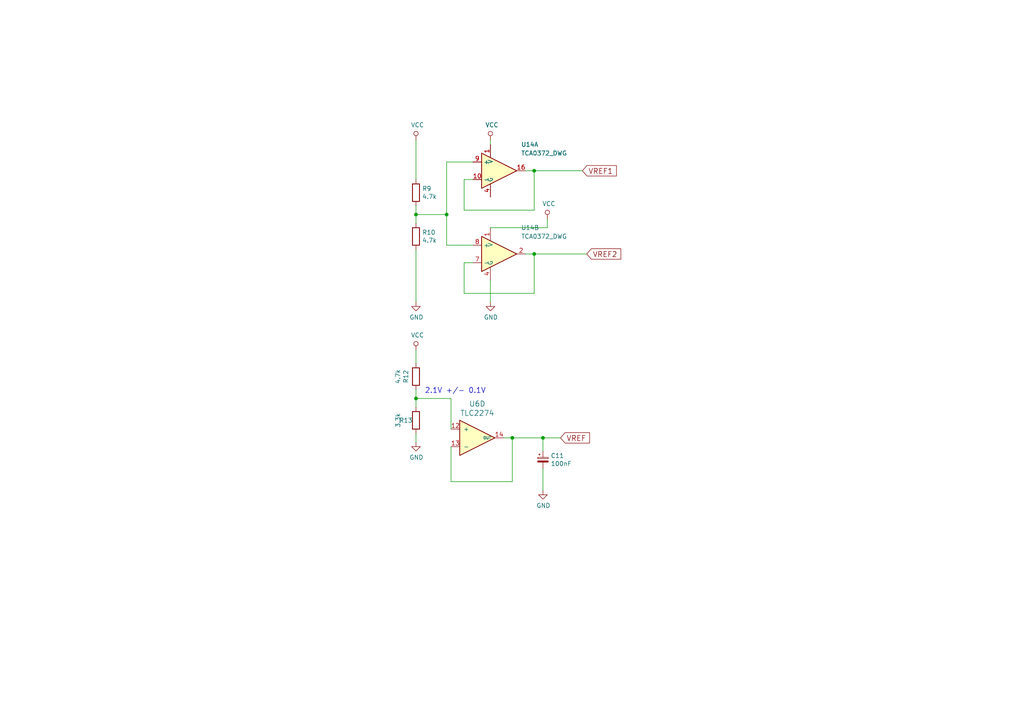
<source format=kicad_sch>
(kicad_sch (version 20231120) (generator "eeschema") (generator_version "8.0")
  (paper "A4")
  (lib_symbols
    (symbol "DVDLaserScanner-rescue:CP_Small" (pin_numbers hide) (pin_names (offset 0.254) hide)
      (property "Reference" "C" (at 0.254 1.778 0))
      (property "Value" "CP_Small" (at 0.254 -2.032 0))
      (symbol "CP_Small_0_1"
        (rectangle (start -1.524 -0.3048) (end 1.524 -0.6858) (fill (type outline)))
        (rectangle (start -1.524 0.6858) (end 1.524 0.3048))
        (polyline (pts (xy -1.27 1.524) (xy -0.762 1.524)))
        (polyline (pts (xy -1.016 1.27) (xy -1.016 1.778)))
      )
      (symbol "CP_Small_1_1"
        (pin passive line (at 0 2.54 270) (length 1.8542) (name "~") (number "1"))
        (pin passive line (at 0 -2.54 90) (length 1.8542) (name "~") (number "2"))
      )
    )
    (symbol "DVDLaserScanner-rescue:GND" (power) (pin_names (offset 0))
      (property "Value" "GND" (at 0 -3.81 0))
      (symbol "GND_0_1"
        (polyline (pts (xy 0 0) (xy 0 -1.27) (xy 1.27 -1.27) (xy 0 -2.54) (xy -1.27 -1.27) (xy 0 -1.27)))
      )
      (symbol "GND_1_1"
        (pin power_in line (at 0 0 270) (length 0) hide (name "GND") (number "1"))
      )
    )
    (symbol "DVDLaserScanner-rescue:R" (pin_numbers hide) (pin_names (offset 0))
      (property "Reference" "R" (at 2.032 0 90))
      (property "Value" "R" (at 0 0 90))
      (symbol "R_0_1"
        (rectangle (start -1.016 -2.54) (end 1.016 2.54) (stroke (width 0.254)))
      )
      (symbol "R_1_1"
        (pin passive line (at 0 3.81 270) (length 1.27) (name "~") (number "1"))
        (pin passive line (at 0 -3.81 90) (length 1.27) (name "~") (number "2"))
      )
    )
    (symbol "DVDLaserScanner-rescue:TCA0372_DWG"
      (property "Reference" "U" (at 2.54 6.35 0))
      (property "Value" "TCA0372_DWG" (at 1.27 3.81 0))
      (symbol "TCA0372_DWG_0_1"
        (polyline (pts (xy -5.08 5.08) (xy 5.08 0) (xy -5.08 -5.08) (xy -5.08 5.08)) (stroke (width 0.254)) (fill (type background)))
        (pin power_in line (at -2.54 7.62 270) (length 3.81) (name "V") (number "1"))
        (pin power_in line (at 5.08 -2.54 270) (length 3.81) hide (name "GND") (number "12"))
        (pin power_in line (at 7.62 -2.54 270) (length 3.81) hide (name "GND") (number "13"))
        (pin power_in line (at -2.54 -7.62 90) (length 3.81) (name "G") (number "4"))
        (pin power_in line (at 2.54 -2.54 270) (length 3.81) hide (name "GND") (number "5"))
      )
      (symbol "TCA0372_DWG_1_1"
        (pin input line (at -7.62 -2.54 0) (length 2.54) (name "-") (number "10"))
        (pin output line (at 7.62 0 180) (length 2.54) (name "~") (number "16"))
        (pin input line (at -7.62 2.54 0) (length 2.54) (name "+") (number "9"))
      )
      (symbol "TCA0372_DWG_2_1"
        (pin output line (at 7.62 0 180) (length 2.54) (name "~") (number "2"))
        (pin input line (at -7.62 -2.54 0) (length 2.54) (name "-") (number "7"))
        (pin input line (at -7.62 2.54 0) (length 2.54) (name "+") (number "8"))
      )
    )
    (symbol "DVDLaserScanner-rescue:TLC2274" (pin_names (offset 1.016))
      (property "Reference" "U" (at 5.715 3.81 0))
      (property "Value" "TLC2274" (at 6.985 -3.81 0))
      (symbol "TLC2274_0_1"
        (polyline (pts (xy -2.54 5.08) (xy 7.62 0) (xy -2.54 -5.08) (xy -2.54 5.08)) (stroke (width 0.254)) (fill (type background)))
      )
      (symbol "TLC2274_1_1"
        (pin input line (at 10.16 0 180) (length 2.54) (name "OUT") (number "1"))
        (pin input line (at 0 -6.35 90) (length 2.54) (name "VDD-") (number "11"))
        (pin input line (at -5.08 -2.54 0) (length 2.54) (name "-") (number "2"))
        (pin input line (at -5.08 2.54 0) (length 2.54) (name "+") (number "3"))
        (pin input line (at 0 6.35 270) (length 2.54) (name "VDD+") (number "4"))
      )
      (symbol "TLC2274_2_1"
        (pin input line (at -5.08 2.54 0) (length 2.54) (name "+") (number "5"))
        (pin input line (at -5.08 -2.54 0) (length 2.54) (name "-") (number "6"))
        (pin input line (at 10.16 0 180) (length 2.54) (name "OUT") (number "7"))
      )
      (symbol "TLC2274_3_1"
        (pin input line (at -5.08 2.54 0) (length 2.54) (name "+") (number "10"))
        (pin input line (at 10.16 0 180) (length 2.54) (name "OUT") (number "8"))
        (pin input line (at -5.08 -2.54 0) (length 2.54) (name "-") (number "9"))
      )
      (symbol "TLC2274_4_1"
        (pin input line (at -5.08 2.54 0) (length 2.54) (name "+") (number "12"))
        (pin input line (at -5.08 -2.54 0) (length 2.54) (name "-") (number "13"))
        (pin input line (at 10.16 0 180) (length 2.54) (name "OUT") (number "14"))
      )
    )
    (symbol "DVDLaserScanner-rescue:VCC" (power) (pin_names (offset 0))
      (property "Value" "VCC" (at 0 3.81 0))
      (symbol "VCC_0_1"
        (polyline (pts (xy 0 0) (xy 0 1.27)))
        (circle (center 0 1.905) (radius 0.635))
      )
      (symbol "VCC_1_1"
        (pin power_in line (at 0 0 90) (length 0) hide (name "VCC") (number "1"))
      )
    )
  )
  (junction (at 154.94 73.66))
  (junction (at 148.59 127))
  (junction (at 129.54 62.23))
  (junction (at 120.65 115.57))
  (junction (at 154.94 49.53))
  (junction (at 120.65 62.23))
  (junction (at 157.48 127))
  (wire (pts (xy 134.62 52.07) (xy 134.62 60.96)))
  (wire (pts (xy 130.81 139.7) (xy 148.59 139.7)))
  (wire (pts (xy 134.62 76.2) (xy 137.16 76.2)))
  (wire (pts (xy 130.81 115.57) (xy 130.81 124.46)))
  (wire (pts (xy 129.54 46.99) (xy 137.16 46.99)))
  (wire (pts (xy 154.94 85.09) (xy 134.62 85.09)))
  (wire (pts (xy 129.54 62.23) (xy 129.54 71.12)))
  (wire (pts (xy 120.65 40.64) (xy 120.65 52.07)))
  (wire (pts (xy 154.94 60.96) (xy 154.94 49.53)))
  (wire (pts (xy 120.65 115.57) (xy 120.65 118.11)))
  (wire (pts (xy 134.62 85.09) (xy 134.62 76.2)))
  (wire (pts (xy 120.65 125.73) (xy 120.65 128.27)))
  (wire (pts (xy 120.65 62.23) (xy 120.65 64.77)))
  (wire (pts (xy 142.24 66.04) (xy 158.75 66.04)))
  (wire (pts (xy 148.59 127) (xy 157.48 127)))
  (wire (pts (xy 148.59 139.7) (xy 148.59 127)))
  (wire (pts (xy 120.65 72.39) (xy 120.65 87.63)))
  (wire (pts (xy 142.24 81.28) (xy 142.24 87.63)))
  (wire (pts (xy 154.94 49.53) (xy 168.91 49.53)))
  (wire (pts (xy 120.65 62.23) (xy 129.54 62.23)))
  (wire (pts (xy 137.16 52.07) (xy 134.62 52.07)))
  (wire (pts (xy 154.94 73.66) (xy 154.94 85.09)))
  (wire (pts (xy 146.05 127) (xy 148.59 127)))
  (wire (pts (xy 154.94 73.66) (xy 170.18 73.66)))
  (wire (pts (xy 129.54 71.12) (xy 137.16 71.12)))
  (wire (pts (xy 152.4 49.53) (xy 154.94 49.53)))
  (wire (pts (xy 142.24 40.64) (xy 142.24 41.91)))
  (wire (pts (xy 129.54 46.99) (xy 129.54 62.23)))
  (wire (pts (xy 134.62 60.96) (xy 154.94 60.96)))
  (wire (pts (xy 130.81 129.54) (xy 130.81 139.7)))
  (wire (pts (xy 120.65 101.6) (xy 120.65 105.41)))
  (wire (pts (xy 120.65 59.69) (xy 120.65 62.23)))
  (wire (pts (xy 120.65 113.03) (xy 120.65 115.57)))
  (wire (pts (xy 157.48 127) (xy 157.48 130.81)))
  (wire (pts (xy 157.48 135.89) (xy 157.48 142.24)))
  (wire (pts (xy 158.75 66.04) (xy 158.75 63.5)))
  (wire (pts (xy 120.65 115.57) (xy 130.81 115.57)))
  (wire (pts (xy 152.4 73.66) (xy 154.94 73.66)))
  (wire (pts (xy 157.48 127) (xy 162.56 127)))
  (text "2.1V +/- 0.1V" (at 123.19 114.3 0) (effects (font (size 1.524 1.524)) (justify left bottom)))
  (global_label "VREF1" (shape input) (at 168.91 49.53 0) (effects (font (size 1.524 1.524))) (property "Intersheetrefs" "${INTERSHEET_REFS}" (effects (hide yes))))
  (global_label "VREF" (shape input) (at 162.56 127 0) (effects (font (size 1.524 1.524))) (property "Intersheetrefs" "${INTERSHEET_REFS}" (effects (hide yes))))
  (global_label "VREF2" (shape input) (at 170.18 73.66 0) (effects (font (size 1.524 1.524))) (property "Intersheetrefs" "${INTERSHEET_REFS}" (effects (hide yes))))
  (symbol (lib_id "DVDLaserScanner-rescue:R") (at 120.65 68.58 0) (unit 1)
    (property "Reference" "R10" (at 122.428 67.4116 0) (effects (justify left)))
    (property "Value" "4.7k" (at 122.428 69.723 0) (effects (justify left)))
    (property "Footprint" "GaudiLabsFootPrints:0805G" (effects (hide yes)))
  )
  (symbol (lib_id "DVDLaserScanner-rescue:GND") (at 157.48 142.24 0) (unit 1)
    (property "Reference" "#PWR044" (effects (hide yes)))
    (property "Value" "GND" (at 157.607 146.6342 0))
  )
  (symbol (lib_id "DVDLaserScanner-rescue:R") (at 120.65 109.22 180) (unit 1)
    (property "Reference" "R12" (at 117.729 109.22 90))
    (property "Value" "4.7k" (at 115.4176 109.22 90))
    (property "Footprint" "GaudiLabsFootPrints:0805G" (effects (hide yes)))
  )
  (symbol (lib_id "DVDLaserScanner-rescue:VCC") (at 120.65 101.6 0) (unit 1)
    (property "Reference" "#PWR021" (effects (hide yes)))
    (property "Value" "VCC" (at 121.0818 97.2058 0))
  )
  (symbol (lib_id "DVDLaserScanner-rescue:GND") (at 142.24 87.63 0) (unit 1)
    (property "Reference" "#PWR028" (effects (hide yes)))
    (property "Value" "GND" (at 142.367 92.0242 0))
  )
  (symbol (lib_id "DVDLaserScanner-rescue:R") (at 120.65 55.88 0) (unit 1)
    (property "Reference" "R9" (at 122.428 54.7116 0) (effects (justify left)))
    (property "Value" "4.7k" (at 122.428 57.023 0) (effects (justify left)))
    (property "Footprint" "GaudiLabsFootPrints:0805G" (effects (hide yes)))
  )
  (symbol (lib_id "DVDLaserScanner-rescue:CP_Small") (at 157.48 133.35 0) (unit 1)
    (property "Reference" "C11" (at 159.7152 132.1816 0) (effects (justify left)))
    (property "Value" "100nF" (at 159.7152 134.493 0) (effects (justify left)))
    (property "Footprint" "Capacitors_SMD:C_1210_HandSoldering" (effects (hide yes)))
  )
  (symbol (lib_id "DVDLaserScanner-rescue:VCC") (at 142.24 40.64 0) (unit 1)
    (property "Reference" "#PWR027" (effects (hide yes)))
    (property "Value" "VCC" (at 142.6718 36.2458 0))
  )
  (symbol (lib_id "DVDLaserScanner-rescue:GND") (at 120.65 128.27 0) (unit 1)
    (property "Reference" "#PWR022" (effects (hide yes)))
    (property "Value" "GND" (at 120.777 132.6642 0))
  )
  (symbol (lib_id "DVDLaserScanner-rescue:GND") (at 120.65 87.63 0) (unit 1)
    (property "Reference" "#PWR02" (effects (hide yes)))
    (property "Value" "GND" (at 120.777 92.0242 0))
  )
  (symbol (lib_id "DVDLaserScanner-rescue:TLC2274") (at 135.89 127 0) (unit 4)
    (property "Reference" "U6" (at 138.43 117.1194 0) (effects (font (size 1.524 1.524))))
    (property "Value" "TLC2274" (at 138.43 119.8118 0) (effects (font (size 1.524 1.524))))
    (property "Footprint" "GaudiLabsFootPrints:SOIC-14_N" (effects (hide yes)))
  )
  (symbol (lib_id "DVDLaserScanner-rescue:VCC") (at 158.75 63.5 0) (unit 1)
    (property "Reference" "#PWR050" (effects (hide yes)))
    (property "Value" "VCC" (at 159.1818 59.1058 0))
  )
  (symbol (lib_id "DVDLaserScanner-rescue:R") (at 120.65 121.92 180) (unit 1)
    (property "Reference" "R13" (at 117.729 121.92 0))
    (property "Value" "3.3k" (at 115.4176 121.92 90))
    (property "Footprint" "GaudiLabsFootPrints:0805G" (effects (hide yes)))
  )
  (symbol (lib_id "DVDLaserScanner-rescue:TCA0372_DWG") (at 144.78 73.66 0) (unit 2)
    (property "Reference" "U14" (at 151.13 66.04 0) (effects (justify left)))
    (property "Value" "TCA0372_DWG" (at 151.13 68.58 0) (effects (justify left)))
    (property "Footprint" "GaudiLabsFootPrints:SO-16-W" (effects (hide yes)))
  )
  (symbol (lib_id "DVDLaserScanner-rescue:VCC") (at 120.65 40.64 0) (unit 1)
    (property "Reference" "#PWR01" (effects (hide yes)))
    (property "Value" "VCC" (at 121.0818 36.2458 0))
  )
  (symbol (lib_id "DVDLaserScanner-rescue:TCA0372_DWG") (at 144.78 49.53 0) (unit 1)
    (property "Reference" "U14" (at 151.13 41.91 0) (effects (justify left)))
    (property "Value" "TCA0372_DWG" (at 151.13 44.45 0) (effects (justify left)))
    (property "Footprint" "GaudiLabsFootPrints:SO-16-W" (effects (hide yes)))
  )
)
</source>
